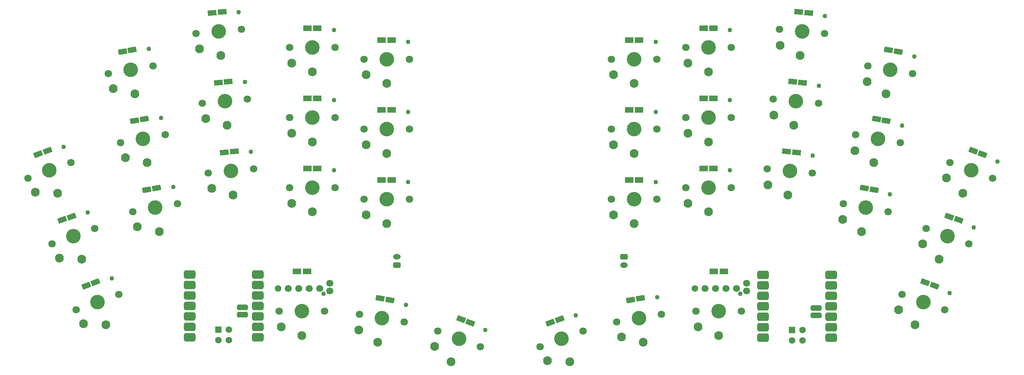
<source format=gbr>
%TF.GenerationSoftware,KiCad,Pcbnew,(6.0.5)*%
%TF.CreationDate,2022-05-11T11:26:58+00:00*%
%TF.ProjectId,ursus-arctos,75727375-732d-4617-9263-746f732e6b69,v1.0.0*%
%TF.SameCoordinates,Original*%
%TF.FileFunction,Soldermask,Top*%
%TF.FilePolarity,Negative*%
%FSLAX46Y46*%
G04 Gerber Fmt 4.6, Leading zero omitted, Abs format (unit mm)*
G04 Created by KiCad (PCBNEW (6.0.5)) date 2022-05-11 11:26:58*
%MOMM*%
%LPD*%
G01*
G04 APERTURE LIST*
G04 Aperture macros list*
%AMRoundRect*
0 Rectangle with rounded corners*
0 $1 Rounding radius*
0 $2 $3 $4 $5 $6 $7 $8 $9 X,Y pos of 4 corners*
0 Add a 4 corners polygon primitive as box body*
4,1,4,$2,$3,$4,$5,$6,$7,$8,$9,$2,$3,0*
0 Add four circle primitives for the rounded corners*
1,1,$1+$1,$2,$3*
1,1,$1+$1,$4,$5*
1,1,$1+$1,$6,$7*
1,1,$1+$1,$8,$9*
0 Add four rect primitives between the rounded corners*
20,1,$1+$1,$2,$3,$4,$5,0*
20,1,$1+$1,$4,$5,$6,$7,0*
20,1,$1+$1,$6,$7,$8,$9,0*
20,1,$1+$1,$8,$9,$2,$3,0*%
G04 Aperture macros list end*
%ADD10RoundRect,0.050000X-0.750000X0.750000X-0.750000X-0.750000X0.750000X-0.750000X0.750000X0.750000X0*%
%ADD11C,1.600000*%
%ADD12RoundRect,0.367500X-0.952500X0.317500X-0.952500X-0.317500X0.952500X-0.317500X0.952500X0.317500X0*%
%ADD13RoundRect,0.549745X0.874395X0.499745X-0.874395X0.499745X-0.874395X-0.499745X0.874395X-0.499745X0*%
%ADD14C,3.529000*%
%ADD15C,2.132000*%
%ADD16C,1.801800*%
%ADD17RoundRect,0.050000X1.088997X0.417236X-0.880619X0.764533X-1.088997X-0.417236X0.880619X-0.764533X0*%
%ADD18C,1.090600*%
%ADD19C,1.700000*%
%ADD20RoundRect,0.050000X1.000000X0.600000X-1.000000X0.600000X-1.000000X-0.600000X1.000000X-0.600000X0*%
%ADD21RoundRect,0.050000X1.048488X0.510561X-0.943901X0.684873X-1.048488X-0.510561X0.943901X-0.684873X0*%
%ADD22RoundRect,0.050000X1.144905X0.221795X-0.734481X0.905836X-1.144905X-0.221795X0.734481X-0.905836X0*%
%ADD23RoundRect,0.050000X0.734481X0.905836X-1.144905X0.221795X-0.734481X-0.905836X1.144905X-0.221795X0*%
%ADD24RoundRect,0.050000X0.943901X0.684873X-1.048488X0.510561X-0.943901X-0.684873X1.048488X-0.510561X0*%
%ADD25RoundRect,0.050000X0.880619X0.764533X-1.088997X0.417236X-0.880619X-0.764533X1.088997X-0.417236X0*%
%ADD26RoundRect,0.300000X0.625000X-0.350000X0.625000X0.350000X-0.625000X0.350000X-0.625000X-0.350000X0*%
%ADD27O,1.850000X1.300000*%
%ADD28RoundRect,0.300000X-0.625000X0.350000X-0.625000X-0.350000X0.625000X-0.350000X0.625000X0.350000X0*%
G04 APERTURE END LIST*
D10*
%TO.C,U1*%
X-140270000Y-5629617D03*
D11*
X-137730000Y-5629617D03*
X-140270000Y-8169617D03*
X-137730000Y-8169617D03*
D12*
X-134428000Y-2022250D03*
X-134428000Y-244250D03*
D13*
X-147255000Y-7483250D03*
X-147255000Y-4943250D03*
X-147255000Y-2403250D03*
X-147255000Y136750D03*
X-147255000Y2676750D03*
X-147255000Y5216750D03*
X-147255000Y7756750D03*
X-130745000Y7756750D03*
X-130745000Y5216750D03*
X-130745000Y2676750D03*
X-130745000Y136750D03*
X-130745000Y-2403250D03*
X-130745000Y-4943250D03*
X-130745000Y-7483250D03*
%TD*%
%TO.C,U2*%
X8255000Y-7620000D03*
X8255000Y-5080000D03*
X8255000Y-2540000D03*
X8255000Y0D03*
X8255000Y2540000D03*
X8255000Y5080000D03*
X8255000Y7620000D03*
X-8255000Y7620000D03*
X-8255000Y5080000D03*
X-8255000Y2540000D03*
X-8255000Y0D03*
X-8255000Y-2540000D03*
X-8255000Y-5080000D03*
X-8255000Y-7620000D03*
D12*
X4572000Y-381000D03*
X4572000Y-2159000D03*
D11*
X1270000Y-8306367D03*
X-1270000Y-8306367D03*
X1270000Y-5766367D03*
D10*
X-1270000Y-5766367D03*
%TD*%
D14*
%TO.C,S24*%
X22523977Y57428584D03*
D15*
X16940075Y54554555D03*
D16*
X27940420Y56473519D03*
X17107534Y58383649D03*
D17*
X22149672Y62216318D03*
D18*
X28393996Y60658333D03*
D15*
X21499453Y51618218D03*
D17*
X24513210Y61799562D03*
%TD*%
D16*
%TO.C,S17*%
X-106077164Y-1903569D03*
D14*
X-100660721Y-2858634D03*
D15*
X-106244623Y-5732663D03*
D17*
X-101035026Y1929100D03*
D18*
X-94790702Y371115D03*
D16*
X-95244278Y-3813699D03*
D15*
X-101685245Y-8669000D03*
D17*
X-98671488Y1512344D03*
%TD*%
D18*
%TO.C,S34*%
X-13780000Y3033334D03*
D19*
X-12300000Y5583334D03*
D11*
X-24800000Y4358334D03*
D20*
X-20200000Y8483334D03*
D19*
X-12300000Y3733334D03*
D15*
X-24000000Y-4966666D03*
D16*
X-13500000Y-1166666D03*
D14*
X-19000000Y-1166666D03*
D16*
X-24500000Y-1166666D03*
D19*
X-14690000Y4358334D03*
X-17230000Y4358334D03*
X-19770000Y4358334D03*
X-22310000Y4358334D03*
D15*
X-19000000Y-7066666D03*
D20*
X-17800000Y8483334D03*
%TD*%
D14*
%TO.C,S27*%
X1171091Y66732994D03*
D16*
X-4307980Y67212351D03*
D21*
X380932Y71469886D03*
D15*
X-4141074Y63383233D03*
D18*
X6737281Y70462059D03*
D16*
X6650162Y66253637D03*
D15*
X656872Y60855445D03*
D21*
X2771799Y71260712D03*
%TD*%
D20*
%TO.C,S11*%
X-118700000Y50483334D03*
D15*
X-122500000Y42033334D03*
D16*
X-123000000Y45833334D03*
D14*
X-117500000Y45833334D03*
D18*
X-112280000Y50033334D03*
D16*
X-112000000Y45833334D03*
D15*
X-117500000Y39933334D03*
D20*
X-116300000Y50483334D03*
%TD*%
D16*
%TO.C,S18*%
X-76740747Y-9764239D03*
D22*
X-81446293Y-3103133D03*
D18*
X-75567376Y-5721764D03*
D15*
X-87907196Y-9743859D03*
D16*
X-87077365Y-6002017D03*
D14*
X-81909056Y-7883128D03*
D15*
X-83926975Y-13427314D03*
D22*
X-79191031Y-3923981D03*
%TD*%
D19*
%TO.C,S16*%
X-113300000Y5583334D03*
D18*
X-114780000Y3033334D03*
D14*
X-120000000Y-1166666D03*
D11*
X-125800000Y4358334D03*
D15*
X-125000000Y-4966666D03*
D16*
X-125500000Y-1166666D03*
X-114500000Y-1166666D03*
D19*
X-113300000Y3733334D03*
D20*
X-121200000Y8483334D03*
D19*
X-115690000Y4358334D03*
X-118230000Y4358334D03*
X-120770000Y4358334D03*
X-123310000Y4358334D03*
D15*
X-120000000Y-7066666D03*
D20*
X-118800000Y8483334D03*
%TD*%
D15*
%TO.C,S10*%
X-122500000Y25033334D03*
D14*
X-117500000Y28833334D03*
D16*
X-123000000Y28833334D03*
D18*
X-112280000Y33033334D03*
D16*
X-112000000Y28833334D03*
D20*
X-118700000Y33483334D03*
D15*
X-117500000Y22933334D03*
D20*
X-116300000Y33483334D03*
%TD*%
D18*
%TO.C,S23*%
X25441977Y43916602D03*
D16*
X14155515Y41641918D03*
D15*
X13988056Y37812824D03*
D17*
X19197653Y45474587D03*
D14*
X19571958Y40686853D03*
D16*
X24988401Y39731788D03*
D15*
X18547434Y34876487D03*
D17*
X21561191Y45057831D03*
%TD*%
D15*
%TO.C,S1*%
X-172981174Y-4233906D03*
D14*
X-169582387Y1047027D03*
D16*
X-174750696Y-834084D03*
D18*
X-166113676Y6779081D03*
D23*
X-172300412Y5006174D03*
D16*
X-164414078Y2928138D03*
D15*
X-167564468Y-4497159D03*
D23*
X-170045150Y5827022D03*
%TD*%
D15*
%TO.C,S12*%
X-122500000Y59033334D03*
D20*
X-118700000Y67483334D03*
D16*
X-123000000Y62833334D03*
X-112000000Y62833334D03*
D18*
X-112280000Y67033334D03*
D14*
X-117500000Y62833334D03*
D15*
X-117500000Y56933334D03*
D20*
X-116300000Y67483334D03*
%TD*%
D15*
%TO.C,S32*%
X-44500000Y39200000D03*
D18*
X-34280000Y47200000D03*
D20*
X-40700000Y47650000D03*
D16*
X-45000000Y43000000D03*
D14*
X-39500000Y43000000D03*
D16*
X-34000000Y43000000D03*
D15*
X-39500000Y37100000D03*
D20*
X-38300000Y47650000D03*
%TD*%
D16*
%TO.C,S7*%
X-131728725Y33341732D03*
X-142686867Y32383018D03*
D18*
X-132373714Y37501346D03*
D14*
X-137207796Y32862375D03*
D15*
X-141857578Y28641056D03*
D24*
X-138808504Y37390093D03*
D15*
X-136693577Y26984826D03*
D24*
X-136417637Y37599267D03*
%TD*%
D23*
%TO.C,S2*%
X-178114755Y20980948D03*
D15*
X-178795517Y11740868D03*
D16*
X-170228421Y18902912D03*
D14*
X-175396730Y17021801D03*
D18*
X-171928019Y22753855D03*
D16*
X-180565039Y15140690D03*
D15*
X-173378811Y11477615D03*
D23*
X-175859493Y21801796D03*
%TD*%
D25*
%TO.C,S35*%
X-40328512Y1512344D03*
D15*
X-42603455Y-7469144D03*
D18*
X-33927905Y2184002D03*
D16*
X-43755722Y-3813699D03*
D14*
X-38339279Y-2858634D03*
D16*
X-32922836Y-1903569D03*
D15*
X-37314755Y-8669000D03*
D25*
X-37964974Y1929100D03*
%TD*%
D26*
%TO.C,J1*%
X-97000000Y10000000D03*
D27*
X-97000000Y12000000D03*
%TD*%
D15*
%TO.C,S31*%
X-44500000Y22200000D03*
D18*
X-34280000Y30200000D03*
D20*
X-40700000Y30650000D03*
D16*
X-45000000Y26000000D03*
X-34000000Y26000000D03*
D14*
X-39500000Y26000000D03*
D15*
X-39500000Y20100000D03*
D20*
X-38300000Y30650000D03*
%TD*%
D25*
%TO.C,S5*%
X-160561191Y45057831D03*
D16*
X-153155515Y41641918D03*
D18*
X-154160584Y45729489D03*
D14*
X-158571958Y40686853D03*
D15*
X-162836134Y36076343D03*
D16*
X-163988401Y39731788D03*
D15*
X-157547434Y34876487D03*
D25*
X-158197653Y45474587D03*
%TD*%
D14*
%TO.C,S19*%
X30582387Y1047027D03*
D18*
X36924067Y3208391D03*
D22*
X31045150Y5827022D03*
D16*
X35750696Y-834084D03*
D15*
X24584247Y-813704D03*
D16*
X25414078Y2928138D03*
D15*
X28564468Y-4497159D03*
D22*
X33300412Y5006174D03*
%TD*%
D23*
%TO.C,S3*%
X-183929097Y36955723D03*
D18*
X-177742361Y38728630D03*
D16*
X-186379381Y31115465D03*
D15*
X-184609859Y27715643D03*
D14*
X-181211072Y32996576D03*
D16*
X-176042763Y34877687D03*
D15*
X-179193153Y27452390D03*
D23*
X-181673835Y37776571D03*
%TD*%
D15*
%TO.C,S26*%
X-5622722Y46447923D03*
D16*
X5168514Y49318327D03*
X-5789628Y50277041D03*
D18*
X5255633Y53526749D03*
D21*
X-1100716Y54534576D03*
D14*
X-310557Y49797684D03*
D15*
X-824776Y43920135D03*
D21*
X1290151Y54325402D03*
%TD*%
D18*
%TO.C,S15*%
X-94280000Y64200000D03*
D15*
X-104500000Y56200000D03*
D20*
X-100700000Y64650000D03*
D16*
X-105000000Y60000000D03*
D14*
X-99500000Y60000000D03*
D16*
X-94000000Y60000000D03*
D15*
X-99500000Y54100000D03*
D20*
X-98300000Y64650000D03*
%TD*%
D28*
%TO.C,J2*%
X-42000000Y12000000D03*
D27*
X-42000000Y10000000D03*
%TD*%
D14*
%TO.C,S9*%
X-140171091Y66732994D03*
D15*
X-144820873Y62511675D03*
D16*
X-134692020Y67212351D03*
D24*
X-141771799Y71260712D03*
D16*
X-145650162Y66253637D03*
D18*
X-135337009Y71371965D03*
D15*
X-139656872Y60855445D03*
D24*
X-139380932Y71469886D03*
%TD*%
D16*
%TO.C,S14*%
X-94000000Y43000000D03*
X-105000000Y43000000D03*
D14*
X-99500000Y43000000D03*
D18*
X-94280000Y47200000D03*
D15*
X-104500000Y39200000D03*
D20*
X-100700000Y47650000D03*
D15*
X-99500000Y37100000D03*
D20*
X-98300000Y47650000D03*
%TD*%
D21*
%TO.C,S25*%
X-2582363Y37599267D03*
D16*
X3686867Y32383018D03*
D18*
X3773986Y36591440D03*
D15*
X-7104369Y29512614D03*
D16*
X-7271275Y33341732D03*
D14*
X-1792204Y32862375D03*
D15*
X-2306423Y26984826D03*
D21*
X-191496Y37390093D03*
%TD*%
D15*
%TO.C,S21*%
X36212932Y31135845D03*
D16*
X37042763Y34877687D03*
X47379381Y31115465D03*
D14*
X42211072Y32996576D03*
D18*
X48552752Y35157940D03*
D22*
X42673835Y37776571D03*
D15*
X40193153Y27452390D03*
D22*
X44929097Y36955723D03*
%TD*%
D16*
%TO.C,S6*%
X-156107534Y58383649D03*
D14*
X-161523977Y57428584D03*
D15*
X-165788153Y52818074D03*
D18*
X-157112603Y62471220D03*
D25*
X-163513210Y61799562D03*
D16*
X-166940420Y56473519D03*
D15*
X-160499453Y51618218D03*
D25*
X-161149672Y62216318D03*
%TD*%
D16*
%TO.C,S22*%
X11203496Y24900186D03*
D17*
X16245634Y28732855D03*
D14*
X16619939Y23945121D03*
D15*
X11036037Y21071092D03*
D18*
X22489958Y27174870D03*
D16*
X22036382Y22990056D03*
D15*
X15595415Y18134755D03*
D17*
X18609172Y28316099D03*
%TD*%
D22*
%TO.C,S20*%
X36859493Y21801796D03*
D16*
X31228421Y18902912D03*
D15*
X30398590Y15161070D03*
D14*
X36396730Y17021801D03*
D18*
X42738410Y19183165D03*
D16*
X41565039Y15140690D03*
D15*
X34378811Y11477615D03*
D22*
X39114755Y20980948D03*
%TD*%
D16*
%TO.C,S28*%
X-16000000Y28833334D03*
D20*
X-22700000Y33483334D03*
D15*
X-26500000Y25033334D03*
D14*
X-21500000Y28833334D03*
D18*
X-16280000Y33033334D03*
D16*
X-27000000Y28833334D03*
D15*
X-21500000Y22933334D03*
D20*
X-20300000Y33483334D03*
%TD*%
D16*
%TO.C,S4*%
X-150203496Y24900186D03*
D14*
X-155619939Y23945121D03*
D15*
X-159884115Y19334611D03*
D16*
X-161036382Y22990056D03*
D25*
X-157609172Y28316099D03*
D18*
X-151208565Y28987757D03*
D15*
X-154595415Y18134755D03*
D25*
X-155245634Y28732855D03*
%TD*%
D15*
%TO.C,S30*%
X-26500000Y59033334D03*
D18*
X-16280000Y67033334D03*
D16*
X-27000000Y62833334D03*
D14*
X-21500000Y62833334D03*
D20*
X-22700000Y67483334D03*
D16*
X-16000000Y62833334D03*
D15*
X-21500000Y56933334D03*
D20*
X-20300000Y67483334D03*
%TD*%
D15*
%TO.C,S13*%
X-104500000Y22200000D03*
D20*
X-100700000Y30650000D03*
D14*
X-99500000Y26000000D03*
D16*
X-105000000Y26000000D03*
D18*
X-94280000Y30200000D03*
D16*
X-94000000Y26000000D03*
D15*
X-99500000Y20100000D03*
D20*
X-98300000Y30650000D03*
%TD*%
D14*
%TO.C,S29*%
X-21500000Y45833334D03*
D18*
X-16280000Y50033334D03*
D15*
X-26500000Y42033334D03*
D16*
X-27000000Y45833334D03*
X-16000000Y45833334D03*
D20*
X-22700000Y50483334D03*
D15*
X-21500000Y39933334D03*
D20*
X-20300000Y50483334D03*
%TD*%
D16*
%TO.C,S8*%
X-144168514Y49318327D03*
X-133210372Y50277041D03*
D14*
X-138689443Y49797684D03*
D18*
X-133855361Y54436655D03*
D15*
X-143339225Y45576365D03*
D24*
X-140290151Y54325402D03*
D15*
X-138175224Y43920135D03*
D24*
X-137899284Y54534576D03*
%TD*%
D16*
%TO.C,S33*%
X-34000000Y60000000D03*
D18*
X-34280000Y64200000D03*
D14*
X-39500000Y60000000D03*
D16*
X-45000000Y60000000D03*
D15*
X-44500000Y56200000D03*
D20*
X-40700000Y64650000D03*
D15*
X-39500000Y54100000D03*
D20*
X-38300000Y64650000D03*
%TD*%
D15*
%TO.C,S36*%
X-60489731Y-13164061D03*
D16*
X-51922635Y-6002017D03*
D23*
X-59808969Y-3923981D03*
D18*
X-53622233Y-2151074D03*
D16*
X-62259253Y-9764239D03*
D14*
X-57090944Y-7883128D03*
D15*
X-55073025Y-13427314D03*
D23*
X-57553707Y-3103133D03*
%TD*%
M02*

</source>
